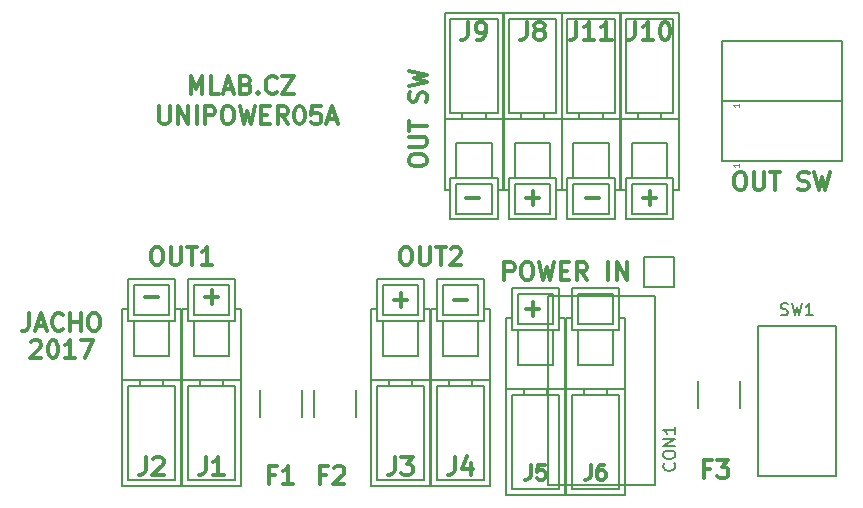
<source format=gbr>
G04 #@! TF.GenerationSoftware,KiCad,Pcbnew,(2017-02-05 revision 431abcf)-makepkg*
G04 #@! TF.CreationDate,2017-03-30T09:03:18+02:00*
G04 #@! TF.ProjectId,UNIPOWER05A,554E49504F5745523035412E6B696361,rev?*
G04 #@! TF.FileFunction,Legend,Top*
G04 #@! TF.FilePolarity,Positive*
%FSLAX46Y46*%
G04 Gerber Fmt 4.6, Leading zero omitted, Abs format (unit mm)*
G04 Created by KiCad (PCBNEW (2017-02-05 revision 431abcf)-makepkg) date 03/30/17 09:03:18*
%MOMM*%
%LPD*%
G01*
G04 APERTURE LIST*
%ADD10C,0.300000*%
%ADD11C,0.127000*%
%ADD12C,0.150000*%
%ADD13C,0.203200*%
%ADD14C,0.304800*%
%ADD15C,0.050000*%
G04 APERTURE END LIST*
D10*
X62397142Y26983428D02*
X62682857Y26983428D01*
X62825714Y26912000D01*
X62968571Y26769142D01*
X63040000Y26483428D01*
X63040000Y25983428D01*
X62968571Y25697714D01*
X62825714Y25554857D01*
X62682857Y25483428D01*
X62397142Y25483428D01*
X62254285Y25554857D01*
X62111428Y25697714D01*
X62040000Y25983428D01*
X62040000Y26483428D01*
X62111428Y26769142D01*
X62254285Y26912000D01*
X62397142Y26983428D01*
X63682857Y26983428D02*
X63682857Y25769142D01*
X63754285Y25626285D01*
X63825714Y25554857D01*
X63968571Y25483428D01*
X64254285Y25483428D01*
X64397142Y25554857D01*
X64468571Y25626285D01*
X64540000Y25769142D01*
X64540000Y26983428D01*
X65040000Y26983428D02*
X65897142Y26983428D01*
X65468571Y25483428D02*
X65468571Y26983428D01*
X67468571Y25554857D02*
X67682857Y25483428D01*
X68040000Y25483428D01*
X68182857Y25554857D01*
X68254285Y25626285D01*
X68325714Y25769142D01*
X68325714Y25912000D01*
X68254285Y26054857D01*
X68182857Y26126285D01*
X68040000Y26197714D01*
X67754285Y26269142D01*
X67611428Y26340571D01*
X67540000Y26412000D01*
X67468571Y26554857D01*
X67468571Y26697714D01*
X67540000Y26840571D01*
X67611428Y26912000D01*
X67754285Y26983428D01*
X68111428Y26983428D01*
X68325714Y26912000D01*
X68825714Y26983428D02*
X69182857Y25483428D01*
X69468571Y26554857D01*
X69754285Y25483428D01*
X70111428Y26983428D01*
X34484571Y27853142D02*
X34484571Y28138857D01*
X34556000Y28281714D01*
X34698857Y28424571D01*
X34984571Y28496000D01*
X35484571Y28496000D01*
X35770285Y28424571D01*
X35913142Y28281714D01*
X35984571Y28138857D01*
X35984571Y27853142D01*
X35913142Y27710285D01*
X35770285Y27567428D01*
X35484571Y27496000D01*
X34984571Y27496000D01*
X34698857Y27567428D01*
X34556000Y27710285D01*
X34484571Y27853142D01*
X34484571Y29138857D02*
X35698857Y29138857D01*
X35841714Y29210285D01*
X35913142Y29281714D01*
X35984571Y29424571D01*
X35984571Y29710285D01*
X35913142Y29853142D01*
X35841714Y29924571D01*
X35698857Y29996000D01*
X34484571Y29996000D01*
X34484571Y30496000D02*
X34484571Y31353142D01*
X35984571Y30924571D02*
X34484571Y30924571D01*
X35913142Y32924571D02*
X35984571Y33138857D01*
X35984571Y33496000D01*
X35913142Y33638857D01*
X35841714Y33710285D01*
X35698857Y33781714D01*
X35556000Y33781714D01*
X35413142Y33710285D01*
X35341714Y33638857D01*
X35270285Y33496000D01*
X35198857Y33210285D01*
X35127428Y33067428D01*
X35056000Y32996000D01*
X34913142Y32924571D01*
X34770285Y32924571D01*
X34627428Y32996000D01*
X34556000Y33067428D01*
X34484571Y33210285D01*
X34484571Y33567428D01*
X34556000Y33781714D01*
X34484571Y34281714D02*
X35984571Y34638857D01*
X34913142Y34924571D01*
X35984571Y35210285D01*
X34484571Y35567428D01*
X34107714Y20633428D02*
X34393428Y20633428D01*
X34536285Y20562000D01*
X34679142Y20419142D01*
X34750571Y20133428D01*
X34750571Y19633428D01*
X34679142Y19347714D01*
X34536285Y19204857D01*
X34393428Y19133428D01*
X34107714Y19133428D01*
X33964857Y19204857D01*
X33822000Y19347714D01*
X33750571Y19633428D01*
X33750571Y20133428D01*
X33822000Y20419142D01*
X33964857Y20562000D01*
X34107714Y20633428D01*
X35393428Y20633428D02*
X35393428Y19419142D01*
X35464857Y19276285D01*
X35536285Y19204857D01*
X35679142Y19133428D01*
X35964857Y19133428D01*
X36107714Y19204857D01*
X36179142Y19276285D01*
X36250571Y19419142D01*
X36250571Y20633428D01*
X36750571Y20633428D02*
X37607714Y20633428D01*
X37179142Y19133428D02*
X37179142Y20633428D01*
X38036285Y20490571D02*
X38107714Y20562000D01*
X38250571Y20633428D01*
X38607714Y20633428D01*
X38750571Y20562000D01*
X38822000Y20490571D01*
X38893428Y20347714D01*
X38893428Y20204857D01*
X38822000Y19990571D01*
X37964857Y19133428D01*
X38893428Y19133428D01*
X13025714Y20633428D02*
X13311428Y20633428D01*
X13454285Y20562000D01*
X13597142Y20419142D01*
X13668571Y20133428D01*
X13668571Y19633428D01*
X13597142Y19347714D01*
X13454285Y19204857D01*
X13311428Y19133428D01*
X13025714Y19133428D01*
X12882857Y19204857D01*
X12740000Y19347714D01*
X12668571Y19633428D01*
X12668571Y20133428D01*
X12740000Y20419142D01*
X12882857Y20562000D01*
X13025714Y20633428D01*
X14311428Y20633428D02*
X14311428Y19419142D01*
X14382857Y19276285D01*
X14454285Y19204857D01*
X14597142Y19133428D01*
X14882857Y19133428D01*
X15025714Y19204857D01*
X15097142Y19276285D01*
X15168571Y19419142D01*
X15168571Y20633428D01*
X15668571Y20633428D02*
X16525714Y20633428D01*
X16097142Y19133428D02*
X16097142Y20633428D01*
X17811428Y19133428D02*
X16954285Y19133428D01*
X17382857Y19133428D02*
X17382857Y20633428D01*
X17240000Y20419142D01*
X17097142Y20276285D01*
X16954285Y20204857D01*
X42573428Y17863428D02*
X42573428Y19363428D01*
X43144857Y19363428D01*
X43287714Y19292000D01*
X43359142Y19220571D01*
X43430571Y19077714D01*
X43430571Y18863428D01*
X43359142Y18720571D01*
X43287714Y18649142D01*
X43144857Y18577714D01*
X42573428Y18577714D01*
X44359142Y19363428D02*
X44644857Y19363428D01*
X44787714Y19292000D01*
X44930571Y19149142D01*
X45002000Y18863428D01*
X45002000Y18363428D01*
X44930571Y18077714D01*
X44787714Y17934857D01*
X44644857Y17863428D01*
X44359142Y17863428D01*
X44216285Y17934857D01*
X44073428Y18077714D01*
X44002000Y18363428D01*
X44002000Y18863428D01*
X44073428Y19149142D01*
X44216285Y19292000D01*
X44359142Y19363428D01*
X45502000Y19363428D02*
X45859142Y17863428D01*
X46144857Y18934857D01*
X46430571Y17863428D01*
X46787714Y19363428D01*
X47359142Y18649142D02*
X47859142Y18649142D01*
X48073428Y17863428D02*
X47359142Y17863428D01*
X47359142Y19363428D01*
X48073428Y19363428D01*
X49573428Y17863428D02*
X49073428Y18577714D01*
X48716285Y17863428D02*
X48716285Y19363428D01*
X49287714Y19363428D01*
X49430571Y19292000D01*
X49502000Y19220571D01*
X49573428Y19077714D01*
X49573428Y18863428D01*
X49502000Y18720571D01*
X49430571Y18649142D01*
X49287714Y18577714D01*
X48716285Y18577714D01*
X51359142Y17863428D02*
X51359142Y19363428D01*
X52073428Y17863428D02*
X52073428Y19363428D01*
X52930571Y17863428D01*
X52930571Y19363428D01*
X38290571Y16148857D02*
X39433428Y16148857D01*
X12128571Y16402857D02*
X13271428Y16402857D01*
X49466571Y24784857D02*
X50609428Y24784857D01*
X39306571Y24784857D02*
X40449428Y24784857D01*
X54292571Y24784857D02*
X55435428Y24784857D01*
X54864000Y24213428D02*
X54864000Y25356285D01*
X44386571Y24784857D02*
X45529428Y24784857D01*
X44958000Y24213428D02*
X44958000Y25356285D01*
X44386571Y15386857D02*
X45529428Y15386857D01*
X44958000Y14815428D02*
X44958000Y15958285D01*
X33210571Y16148857D02*
X34353428Y16148857D01*
X33782000Y15577428D02*
X33782000Y16720285D01*
X17208571Y16402857D02*
X18351428Y16402857D01*
X17780000Y15831428D02*
X17780000Y16974285D01*
X15998571Y33611428D02*
X15998571Y35111428D01*
X16498571Y34040000D01*
X16998571Y35111428D01*
X16998571Y33611428D01*
X18427142Y33611428D02*
X17712857Y33611428D01*
X17712857Y35111428D01*
X18855714Y34040000D02*
X19570000Y34040000D01*
X18712857Y33611428D02*
X19212857Y35111428D01*
X19712857Y33611428D01*
X20712857Y34397142D02*
X20927142Y34325714D01*
X20998571Y34254285D01*
X21070000Y34111428D01*
X21070000Y33897142D01*
X20998571Y33754285D01*
X20927142Y33682857D01*
X20784285Y33611428D01*
X20212857Y33611428D01*
X20212857Y35111428D01*
X20712857Y35111428D01*
X20855714Y35040000D01*
X20927142Y34968571D01*
X20998571Y34825714D01*
X20998571Y34682857D01*
X20927142Y34540000D01*
X20855714Y34468571D01*
X20712857Y34397142D01*
X20212857Y34397142D01*
X21712857Y33754285D02*
X21784285Y33682857D01*
X21712857Y33611428D01*
X21641428Y33682857D01*
X21712857Y33754285D01*
X21712857Y33611428D01*
X23284285Y33754285D02*
X23212857Y33682857D01*
X22998571Y33611428D01*
X22855714Y33611428D01*
X22641428Y33682857D01*
X22498571Y33825714D01*
X22427142Y33968571D01*
X22355714Y34254285D01*
X22355714Y34468571D01*
X22427142Y34754285D01*
X22498571Y34897142D01*
X22641428Y35040000D01*
X22855714Y35111428D01*
X22998571Y35111428D01*
X23212857Y35040000D01*
X23284285Y34968571D01*
X23784285Y35111428D02*
X24784285Y35111428D01*
X23784285Y33611428D01*
X24784285Y33611428D01*
X2330000Y15045428D02*
X2330000Y13974000D01*
X2258571Y13759714D01*
X2115714Y13616857D01*
X1901428Y13545428D01*
X1758571Y13545428D01*
X2972857Y13974000D02*
X3687142Y13974000D01*
X2830000Y13545428D02*
X3330000Y15045428D01*
X3830000Y13545428D01*
X5187142Y13688285D02*
X5115714Y13616857D01*
X4901428Y13545428D01*
X4758571Y13545428D01*
X4544285Y13616857D01*
X4401428Y13759714D01*
X4330000Y13902571D01*
X4258571Y14188285D01*
X4258571Y14402571D01*
X4330000Y14688285D01*
X4401428Y14831142D01*
X4544285Y14974000D01*
X4758571Y15045428D01*
X4901428Y15045428D01*
X5115714Y14974000D01*
X5187142Y14902571D01*
X5830000Y13545428D02*
X5830000Y15045428D01*
X5830000Y14331142D02*
X6687142Y14331142D01*
X6687142Y13545428D02*
X6687142Y15045428D01*
X7687142Y15045428D02*
X7972857Y15045428D01*
X8115714Y14974000D01*
X8258571Y14831142D01*
X8330000Y14545428D01*
X8330000Y14045428D01*
X8258571Y13759714D01*
X8115714Y13616857D01*
X7972857Y13545428D01*
X7687142Y13545428D01*
X7544285Y13616857D01*
X7401428Y13759714D01*
X7330000Y14045428D01*
X7330000Y14545428D01*
X7401428Y14831142D01*
X7544285Y14974000D01*
X7687142Y15045428D01*
X13363714Y32571428D02*
X13363714Y31357142D01*
X13435142Y31214285D01*
X13506571Y31142857D01*
X13649428Y31071428D01*
X13935142Y31071428D01*
X14078000Y31142857D01*
X14149428Y31214285D01*
X14220857Y31357142D01*
X14220857Y32571428D01*
X14935142Y31071428D02*
X14935142Y32571428D01*
X15792285Y31071428D01*
X15792285Y32571428D01*
X16506571Y31071428D02*
X16506571Y32571428D01*
X17220857Y31071428D02*
X17220857Y32571428D01*
X17792285Y32571428D01*
X17935142Y32500000D01*
X18006571Y32428571D01*
X18078000Y32285714D01*
X18078000Y32071428D01*
X18006571Y31928571D01*
X17935142Y31857142D01*
X17792285Y31785714D01*
X17220857Y31785714D01*
X19006571Y32571428D02*
X19292285Y32571428D01*
X19435142Y32500000D01*
X19578000Y32357142D01*
X19649428Y32071428D01*
X19649428Y31571428D01*
X19578000Y31285714D01*
X19435142Y31142857D01*
X19292285Y31071428D01*
X19006571Y31071428D01*
X18863714Y31142857D01*
X18720857Y31285714D01*
X18649428Y31571428D01*
X18649428Y32071428D01*
X18720857Y32357142D01*
X18863714Y32500000D01*
X19006571Y32571428D01*
X20149428Y32571428D02*
X20506571Y31071428D01*
X20792285Y32142857D01*
X21078000Y31071428D01*
X21435142Y32571428D01*
X22006571Y31857142D02*
X22506571Y31857142D01*
X22720857Y31071428D02*
X22006571Y31071428D01*
X22006571Y32571428D01*
X22720857Y32571428D01*
X24220857Y31071428D02*
X23720857Y31785714D01*
X23363714Y31071428D02*
X23363714Y32571428D01*
X23935142Y32571428D01*
X24078000Y32500000D01*
X24149428Y32428571D01*
X24220857Y32285714D01*
X24220857Y32071428D01*
X24149428Y31928571D01*
X24078000Y31857142D01*
X23935142Y31785714D01*
X23363714Y31785714D01*
X25149428Y32571428D02*
X25292285Y32571428D01*
X25435142Y32500000D01*
X25506571Y32428571D01*
X25578000Y32285714D01*
X25649428Y32000000D01*
X25649428Y31642857D01*
X25578000Y31357142D01*
X25506571Y31214285D01*
X25435142Y31142857D01*
X25292285Y31071428D01*
X25149428Y31071428D01*
X25006571Y31142857D01*
X24935142Y31214285D01*
X24863714Y31357142D01*
X24792285Y31642857D01*
X24792285Y32000000D01*
X24863714Y32285714D01*
X24935142Y32428571D01*
X25006571Y32500000D01*
X25149428Y32571428D01*
X27006571Y32571428D02*
X26292285Y32571428D01*
X26220857Y31857142D01*
X26292285Y31928571D01*
X26435142Y32000000D01*
X26792285Y32000000D01*
X26935142Y31928571D01*
X27006571Y31857142D01*
X27078000Y31714285D01*
X27078000Y31357142D01*
X27006571Y31214285D01*
X26935142Y31142857D01*
X26792285Y31071428D01*
X26435142Y31071428D01*
X26292285Y31142857D01*
X26220857Y31214285D01*
X27649428Y31500000D02*
X28363714Y31500000D01*
X27506571Y31071428D02*
X28006571Y32571428D01*
X28506571Y31071428D01*
X2508571Y12616571D02*
X2580000Y12688000D01*
X2722857Y12759428D01*
X3080000Y12759428D01*
X3222857Y12688000D01*
X3294285Y12616571D01*
X3365714Y12473714D01*
X3365714Y12330857D01*
X3294285Y12116571D01*
X2437142Y11259428D01*
X3365714Y11259428D01*
X4294285Y12759428D02*
X4437142Y12759428D01*
X4580000Y12688000D01*
X4651428Y12616571D01*
X4722857Y12473714D01*
X4794285Y12188000D01*
X4794285Y11830857D01*
X4722857Y11545142D01*
X4651428Y11402285D01*
X4580000Y11330857D01*
X4437142Y11259428D01*
X4294285Y11259428D01*
X4151428Y11330857D01*
X4080000Y11402285D01*
X4008571Y11545142D01*
X3937142Y11830857D01*
X3937142Y12188000D01*
X4008571Y12473714D01*
X4080000Y12616571D01*
X4151428Y12688000D01*
X4294285Y12759428D01*
X6222857Y11259428D02*
X5365714Y11259428D01*
X5794285Y11259428D02*
X5794285Y12759428D01*
X5651428Y12545142D01*
X5508571Y12402285D01*
X5365714Y12330857D01*
X6722857Y12759428D02*
X7722857Y12759428D01*
X7080000Y11259428D01*
D11*
X64010000Y13970000D02*
X70610000Y13970000D01*
X70610000Y13970000D02*
X70610000Y1270000D01*
X70610000Y1270000D02*
X64010000Y1270000D01*
X64010000Y13970000D02*
X64010000Y1270000D01*
X55300000Y524000D02*
X55300000Y16524000D01*
X46300000Y524000D02*
X55300000Y524000D01*
X46300000Y16524000D02*
X46300000Y524000D01*
X55300000Y16524000D02*
X46300000Y16524000D01*
D12*
X25400000Y8509000D02*
X25400000Y6223000D01*
X21844000Y8509000D02*
X21844000Y6223000D01*
X26416000Y8509000D02*
X26416000Y6223000D01*
X29972000Y8509000D02*
X29972000Y6223000D01*
X62484000Y6985000D02*
X62484000Y9271000D01*
X58928000Y6985000D02*
X58928000Y9271000D01*
X15280000Y414000D02*
X15280000Y9414000D01*
X20280000Y9414000D02*
X20280000Y414000D01*
X15280000Y9414000D02*
X15280000Y15414000D01*
X15780000Y913900D02*
X15780000Y8913900D01*
X16280000Y11414000D02*
X16280000Y14414000D01*
X20280000Y9414000D02*
X20280000Y15414000D01*
X19780000Y913900D02*
X19780000Y8913900D01*
X19280000Y11414000D02*
X19280000Y14414000D01*
X15780000Y14414000D02*
X15780000Y17915000D01*
X16280000Y14914100D02*
X16280000Y17414000D01*
X16780000Y8913900D02*
X16780000Y9414000D01*
X19780000Y14414000D02*
X19780000Y17914100D01*
X19280000Y14914100D02*
X19280000Y17414000D01*
X18780000Y8913900D02*
X18780000Y9414000D01*
X19780000Y913900D02*
X15780000Y913900D01*
X15780000Y8913900D02*
X19780000Y8913900D01*
X19280100Y11414000D02*
X16279900Y11414000D01*
X15780000Y14414000D02*
X19780000Y14414000D01*
X15780000Y17914100D02*
X19780000Y17914100D01*
X19281000Y14914100D02*
X16279000Y14914100D01*
X19281000Y17414000D02*
X16279000Y17414000D01*
X20280100Y414000D02*
X15279900Y414000D01*
X20280100Y9414000D02*
X15279900Y9414000D01*
X15780000Y15414000D02*
X15280000Y15414000D01*
X20280000Y15414000D02*
X19780000Y15414000D01*
X15200000Y15414000D02*
X14700000Y15414000D01*
X10700000Y15414000D02*
X10200000Y15414000D01*
X15200100Y9414000D02*
X10199900Y9414000D01*
X15200100Y414000D02*
X10199900Y414000D01*
X14201000Y17414000D02*
X11199000Y17414000D01*
X14201000Y14914100D02*
X11199000Y14914100D01*
X10700000Y17914100D02*
X14700000Y17914100D01*
X10700000Y14414000D02*
X14700000Y14414000D01*
X14200100Y11414000D02*
X11199900Y11414000D01*
X10700000Y8913900D02*
X14700000Y8913900D01*
X14700000Y913900D02*
X10700000Y913900D01*
X13700000Y8913900D02*
X13700000Y9414000D01*
X14200000Y14914100D02*
X14200000Y17414000D01*
X14700000Y14414000D02*
X14700000Y17914100D01*
X11700000Y8913900D02*
X11700000Y9414000D01*
X11200000Y14914100D02*
X11200000Y17414000D01*
X10700000Y14414000D02*
X10700000Y17915000D01*
X14200000Y11414000D02*
X14200000Y14414000D01*
X14700000Y913900D02*
X14700000Y8913900D01*
X15200000Y9414000D02*
X15200000Y15414000D01*
X11200000Y11414000D02*
X11200000Y14414000D01*
X10700000Y913900D02*
X10700000Y8913900D01*
X10200000Y9414000D02*
X10200000Y15414000D01*
X15200000Y9414000D02*
X15200000Y414000D01*
X10200000Y414000D02*
X10200000Y9414000D01*
X31282000Y414000D02*
X31282000Y9414000D01*
X36282000Y9414000D02*
X36282000Y414000D01*
X31282000Y9414000D02*
X31282000Y15414000D01*
X31782000Y913900D02*
X31782000Y8913900D01*
X32282000Y11414000D02*
X32282000Y14414000D01*
X36282000Y9414000D02*
X36282000Y15414000D01*
X35782000Y913900D02*
X35782000Y8913900D01*
X35282000Y11414000D02*
X35282000Y14414000D01*
X31782000Y14414000D02*
X31782000Y17915000D01*
X32282000Y14914100D02*
X32282000Y17414000D01*
X32782000Y8913900D02*
X32782000Y9414000D01*
X35782000Y14414000D02*
X35782000Y17914100D01*
X35282000Y14914100D02*
X35282000Y17414000D01*
X34782000Y8913900D02*
X34782000Y9414000D01*
X35782000Y913900D02*
X31782000Y913900D01*
X31782000Y8913900D02*
X35782000Y8913900D01*
X35282100Y11414000D02*
X32281900Y11414000D01*
X31782000Y14414000D02*
X35782000Y14414000D01*
X31782000Y17914100D02*
X35782000Y17914100D01*
X35283000Y14914100D02*
X32281000Y14914100D01*
X35283000Y17414000D02*
X32281000Y17414000D01*
X36282100Y414000D02*
X31281900Y414000D01*
X36282100Y9414000D02*
X31281900Y9414000D01*
X31782000Y15414000D02*
X31282000Y15414000D01*
X36282000Y15414000D02*
X35782000Y15414000D01*
X41362000Y15414000D02*
X40862000Y15414000D01*
X36862000Y15414000D02*
X36362000Y15414000D01*
X41362100Y9414000D02*
X36361900Y9414000D01*
X41362100Y414000D02*
X36361900Y414000D01*
X40363000Y17414000D02*
X37361000Y17414000D01*
X40363000Y14914100D02*
X37361000Y14914100D01*
X36862000Y17914100D02*
X40862000Y17914100D01*
X36862000Y14414000D02*
X40862000Y14414000D01*
X40362100Y11414000D02*
X37361900Y11414000D01*
X36862000Y8913900D02*
X40862000Y8913900D01*
X40862000Y913900D02*
X36862000Y913900D01*
X39862000Y8913900D02*
X39862000Y9414000D01*
X40362000Y14914100D02*
X40362000Y17414000D01*
X40862000Y14414000D02*
X40862000Y17914100D01*
X37862000Y8913900D02*
X37862000Y9414000D01*
X37362000Y14914100D02*
X37362000Y17414000D01*
X36862000Y14414000D02*
X36862000Y17915000D01*
X40362000Y11414000D02*
X40362000Y14414000D01*
X40862000Y913900D02*
X40862000Y8913900D01*
X41362000Y9414000D02*
X41362000Y15414000D01*
X37362000Y11414000D02*
X37362000Y14414000D01*
X36862000Y913900D02*
X36862000Y8913900D01*
X36362000Y9414000D02*
X36362000Y15414000D01*
X41362000Y9414000D02*
X41362000Y414000D01*
X36362000Y414000D02*
X36362000Y9414000D01*
X42712000Y-348000D02*
X42712000Y8652000D01*
X47712000Y8652000D02*
X47712000Y-348000D01*
X42712000Y8652000D02*
X42712000Y14652000D01*
X43212000Y151900D02*
X43212000Y8151900D01*
X43712000Y10652000D02*
X43712000Y13652000D01*
X47712000Y8652000D02*
X47712000Y14652000D01*
X47212000Y151900D02*
X47212000Y8151900D01*
X46712000Y10652000D02*
X46712000Y13652000D01*
X43212000Y13652000D02*
X43212000Y17153000D01*
X43712000Y14152100D02*
X43712000Y16652000D01*
X44212000Y8151900D02*
X44212000Y8652000D01*
X47212000Y13652000D02*
X47212000Y17152100D01*
X46712000Y14152100D02*
X46712000Y16652000D01*
X46212000Y8151900D02*
X46212000Y8652000D01*
X47212000Y151900D02*
X43212000Y151900D01*
X43212000Y8151900D02*
X47212000Y8151900D01*
X46712100Y10652000D02*
X43711900Y10652000D01*
X43212000Y13652000D02*
X47212000Y13652000D01*
X43212000Y17152100D02*
X47212000Y17152100D01*
X46713000Y14152100D02*
X43711000Y14152100D01*
X46713000Y16652000D02*
X43711000Y16652000D01*
X47712100Y-348000D02*
X42711900Y-348000D01*
X47712100Y8652000D02*
X42711900Y8652000D01*
X43212000Y14652000D02*
X42712000Y14652000D01*
X47712000Y14652000D02*
X47212000Y14652000D01*
X52792000Y14652000D02*
X52292000Y14652000D01*
X48292000Y14652000D02*
X47792000Y14652000D01*
X52792100Y8652000D02*
X47791900Y8652000D01*
X52792100Y-348000D02*
X47791900Y-348000D01*
X51793000Y16652000D02*
X48791000Y16652000D01*
X51793000Y14152100D02*
X48791000Y14152100D01*
X48292000Y17152100D02*
X52292000Y17152100D01*
X48292000Y13652000D02*
X52292000Y13652000D01*
X51792100Y10652000D02*
X48791900Y10652000D01*
X48292000Y8151900D02*
X52292000Y8151900D01*
X52292000Y151900D02*
X48292000Y151900D01*
X51292000Y8151900D02*
X51292000Y8652000D01*
X51792000Y14152100D02*
X51792000Y16652000D01*
X52292000Y13652000D02*
X52292000Y17152100D01*
X49292000Y8151900D02*
X49292000Y8652000D01*
X48792000Y14152100D02*
X48792000Y16652000D01*
X48292000Y13652000D02*
X48292000Y17153000D01*
X51792000Y10652000D02*
X51792000Y13652000D01*
X52292000Y151900D02*
X52292000Y8151900D01*
X52792000Y8652000D02*
X52792000Y14652000D01*
X48792000Y10652000D02*
X48792000Y13652000D01*
X48292000Y151900D02*
X48292000Y8151900D01*
X47792000Y8652000D02*
X47792000Y14652000D01*
X52792000Y8652000D02*
X52792000Y-348000D01*
X47792000Y-348000D02*
X47792000Y8652000D01*
X54356000Y19812000D02*
X56896000Y19812000D01*
X56896000Y19812000D02*
X56896000Y17272000D01*
X56896000Y17272000D02*
X54356000Y17272000D01*
X54356000Y17272000D02*
X54356000Y19812000D01*
X47458000Y40480000D02*
X47458000Y31480000D01*
X42458000Y31480000D02*
X42458000Y40480000D01*
X47458000Y31480000D02*
X47458000Y25480000D01*
X46958000Y39980100D02*
X46958000Y31980100D01*
X46458000Y29480000D02*
X46458000Y26480000D01*
X42458000Y31480000D02*
X42458000Y25480000D01*
X42958000Y39980100D02*
X42958000Y31980100D01*
X43458000Y29480000D02*
X43458000Y26480000D01*
X46958000Y26480000D02*
X46958000Y22979000D01*
X46458000Y25979900D02*
X46458000Y23480000D01*
X45958000Y31980100D02*
X45958000Y31480000D01*
X42958000Y26480000D02*
X42958000Y22979900D01*
X43458000Y25979900D02*
X43458000Y23480000D01*
X43958000Y31980100D02*
X43958000Y31480000D01*
X42958000Y39980100D02*
X46958000Y39980100D01*
X46958000Y31980100D02*
X42958000Y31980100D01*
X43457900Y29480000D02*
X46458100Y29480000D01*
X46958000Y26480000D02*
X42958000Y26480000D01*
X46958000Y22979900D02*
X42958000Y22979900D01*
X43457000Y25979900D02*
X46459000Y25979900D01*
X43457000Y23480000D02*
X46459000Y23480000D01*
X42457900Y40480000D02*
X47458100Y40480000D01*
X42457900Y31480000D02*
X47458100Y31480000D01*
X46958000Y25480000D02*
X47458000Y25480000D01*
X42458000Y25480000D02*
X42958000Y25480000D01*
X37505000Y25480000D02*
X38005000Y25480000D01*
X42005000Y25480000D02*
X42505000Y25480000D01*
X37504900Y31480000D02*
X42505100Y31480000D01*
X37504900Y40480000D02*
X42505100Y40480000D01*
X38504000Y23480000D02*
X41506000Y23480000D01*
X38504000Y25979900D02*
X41506000Y25979900D01*
X42005000Y22979900D02*
X38005000Y22979900D01*
X42005000Y26480000D02*
X38005000Y26480000D01*
X38504900Y29480000D02*
X41505100Y29480000D01*
X42005000Y31980100D02*
X38005000Y31980100D01*
X38005000Y39980100D02*
X42005000Y39980100D01*
X39005000Y31980100D02*
X39005000Y31480000D01*
X38505000Y25979900D02*
X38505000Y23480000D01*
X38005000Y26480000D02*
X38005000Y22979900D01*
X41005000Y31980100D02*
X41005000Y31480000D01*
X41505000Y25979900D02*
X41505000Y23480000D01*
X42005000Y26480000D02*
X42005000Y22979000D01*
X38505000Y29480000D02*
X38505000Y26480000D01*
X38005000Y39980100D02*
X38005000Y31980100D01*
X37505000Y31480000D02*
X37505000Y25480000D01*
X41505000Y29480000D02*
X41505000Y26480000D01*
X42005000Y39980100D02*
X42005000Y31980100D01*
X42505000Y31480000D02*
X42505000Y25480000D01*
X37505000Y31480000D02*
X37505000Y40480000D01*
X42505000Y40480000D02*
X42505000Y31480000D01*
X57364000Y40480000D02*
X57364000Y31480000D01*
X52364000Y31480000D02*
X52364000Y40480000D01*
X57364000Y31480000D02*
X57364000Y25480000D01*
X56864000Y39980100D02*
X56864000Y31980100D01*
X56364000Y29480000D02*
X56364000Y26480000D01*
X52364000Y31480000D02*
X52364000Y25480000D01*
X52864000Y39980100D02*
X52864000Y31980100D01*
X53364000Y29480000D02*
X53364000Y26480000D01*
X56864000Y26480000D02*
X56864000Y22979000D01*
X56364000Y25979900D02*
X56364000Y23480000D01*
X55864000Y31980100D02*
X55864000Y31480000D01*
X52864000Y26480000D02*
X52864000Y22979900D01*
X53364000Y25979900D02*
X53364000Y23480000D01*
X53864000Y31980100D02*
X53864000Y31480000D01*
X52864000Y39980100D02*
X56864000Y39980100D01*
X56864000Y31980100D02*
X52864000Y31980100D01*
X53363900Y29480000D02*
X56364100Y29480000D01*
X56864000Y26480000D02*
X52864000Y26480000D01*
X56864000Y22979900D02*
X52864000Y22979900D01*
X53363000Y25979900D02*
X56365000Y25979900D01*
X53363000Y23480000D02*
X56365000Y23480000D01*
X52363900Y40480000D02*
X57364100Y40480000D01*
X52363900Y31480000D02*
X57364100Y31480000D01*
X56864000Y25480000D02*
X57364000Y25480000D01*
X52364000Y25480000D02*
X52864000Y25480000D01*
X47411000Y25480000D02*
X47911000Y25480000D01*
X51911000Y25480000D02*
X52411000Y25480000D01*
X47410900Y31480000D02*
X52411100Y31480000D01*
X47410900Y40480000D02*
X52411100Y40480000D01*
X48410000Y23480000D02*
X51412000Y23480000D01*
X48410000Y25979900D02*
X51412000Y25979900D01*
X51911000Y22979900D02*
X47911000Y22979900D01*
X51911000Y26480000D02*
X47911000Y26480000D01*
X48410900Y29480000D02*
X51411100Y29480000D01*
X51911000Y31980100D02*
X47911000Y31980100D01*
X47911000Y39980100D02*
X51911000Y39980100D01*
X48911000Y31980100D02*
X48911000Y31480000D01*
X48411000Y25979900D02*
X48411000Y23480000D01*
X47911000Y26480000D02*
X47911000Y22979900D01*
X50911000Y31980100D02*
X50911000Y31480000D01*
X51411000Y25979900D02*
X51411000Y23480000D01*
X51911000Y26480000D02*
X51911000Y22979000D01*
X48411000Y29480000D02*
X48411000Y26480000D01*
X47911000Y39980100D02*
X47911000Y31980100D01*
X47411000Y31480000D02*
X47411000Y25480000D01*
X51411000Y29480000D02*
X51411000Y26480000D01*
X51911000Y39980100D02*
X51911000Y31980100D01*
X52411000Y31480000D02*
X52411000Y25480000D01*
X47411000Y31480000D02*
X47411000Y40480000D01*
X52411000Y40480000D02*
X52411000Y31480000D01*
X60960000Y33020000D02*
X60960000Y38100000D01*
X60960000Y38100000D02*
X71120000Y38100000D01*
X71120000Y38100000D02*
X71120000Y33020000D01*
X71120000Y33020000D02*
X60960000Y33020000D01*
X60960000Y27940000D02*
X60960000Y33020000D01*
X60960000Y33020000D02*
X71120000Y33020000D01*
X71120000Y33020000D02*
X71120000Y27940000D01*
X71120000Y27940000D02*
X60960000Y27940000D01*
D13*
X65980733Y14930361D02*
X66125876Y14881980D01*
X66367780Y14881980D01*
X66464542Y14930361D01*
X66512923Y14978742D01*
X66561304Y15075504D01*
X66561304Y15172266D01*
X66512923Y15269028D01*
X66464542Y15317409D01*
X66367780Y15365790D01*
X66174257Y15414171D01*
X66077495Y15462552D01*
X66029114Y15510933D01*
X65980733Y15607695D01*
X65980733Y15704457D01*
X66029114Y15801219D01*
X66077495Y15849600D01*
X66174257Y15897980D01*
X66416161Y15897980D01*
X66561304Y15849600D01*
X66899971Y15897980D02*
X67141876Y14881980D01*
X67335400Y15607695D01*
X67528923Y14881980D01*
X67770828Y15897980D01*
X68690066Y14881980D02*
X68109495Y14881980D01*
X68399780Y14881980D02*
X68399780Y15897980D01*
X68303019Y15752838D01*
X68206257Y15656076D01*
X68109495Y15607695D01*
X56928657Y2334985D02*
X56977038Y2286604D01*
X57025419Y2141461D01*
X57025419Y2044700D01*
X56977038Y1899557D01*
X56880276Y1802795D01*
X56783514Y1754414D01*
X56589990Y1706033D01*
X56444847Y1706033D01*
X56251323Y1754414D01*
X56154561Y1802795D01*
X56057800Y1899557D01*
X56009419Y2044700D01*
X56009419Y2141461D01*
X56057800Y2286604D01*
X56106180Y2334985D01*
X56009419Y2963938D02*
X56009419Y3157461D01*
X56057800Y3254223D01*
X56154561Y3350985D01*
X56348085Y3399366D01*
X56686752Y3399366D01*
X56880276Y3350985D01*
X56977038Y3254223D01*
X57025419Y3157461D01*
X57025419Y2963938D01*
X56977038Y2867176D01*
X56880276Y2770414D01*
X56686752Y2722033D01*
X56348085Y2722033D01*
X56154561Y2770414D01*
X56057800Y2867176D01*
X56009419Y2963938D01*
X57025419Y3834795D02*
X56009419Y3834795D01*
X57025419Y4415366D01*
X56009419Y4415366D01*
X57025419Y5431366D02*
X57025419Y4850795D01*
X57025419Y5141080D02*
X56009419Y5141080D01*
X56154561Y5044319D01*
X56251323Y4947557D01*
X56299704Y4850795D01*
D14*
X23114000Y1378857D02*
X22606000Y1378857D01*
X22606000Y580571D02*
X22606000Y2104571D01*
X23331714Y2104571D01*
X24710571Y580571D02*
X23839714Y580571D01*
X24275142Y580571D02*
X24275142Y2104571D01*
X24130000Y1886857D01*
X23984857Y1741714D01*
X23839714Y1669142D01*
X27432000Y1378857D02*
X26924000Y1378857D01*
X26924000Y580571D02*
X26924000Y2104571D01*
X27649714Y2104571D01*
X28157714Y1959428D02*
X28230285Y2032000D01*
X28375428Y2104571D01*
X28738285Y2104571D01*
X28883428Y2032000D01*
X28956000Y1959428D01*
X29028571Y1814285D01*
X29028571Y1669142D01*
X28956000Y1451428D01*
X28085142Y580571D01*
X29028571Y580571D01*
X59944000Y1886857D02*
X59436000Y1886857D01*
X59436000Y1088571D02*
X59436000Y2612571D01*
X60161714Y2612571D01*
X60597142Y2612571D02*
X61540571Y2612571D01*
X61032571Y2032000D01*
X61250285Y2032000D01*
X61395428Y1959428D01*
X61468000Y1886857D01*
X61540571Y1741714D01*
X61540571Y1378857D01*
X61468000Y1233714D01*
X61395428Y1161142D01*
X61250285Y1088571D01*
X60814857Y1088571D01*
X60669714Y1161142D01*
X60597142Y1233714D01*
X17272000Y2866571D02*
X17272000Y1778000D01*
X17199428Y1560285D01*
X17054285Y1415142D01*
X16836571Y1342571D01*
X16691428Y1342571D01*
X18796000Y1342571D02*
X17925142Y1342571D01*
X18360571Y1342571D02*
X18360571Y2866571D01*
X18215428Y2648857D01*
X18070285Y2503714D01*
X17925142Y2431142D01*
X12192000Y2866571D02*
X12192000Y1778000D01*
X12119428Y1560285D01*
X11974285Y1415142D01*
X11756571Y1342571D01*
X11611428Y1342571D01*
X12845142Y2721428D02*
X12917714Y2794000D01*
X13062857Y2866571D01*
X13425714Y2866571D01*
X13570857Y2794000D01*
X13643428Y2721428D01*
X13716000Y2576285D01*
X13716000Y2431142D01*
X13643428Y2213428D01*
X12772571Y1342571D01*
X13716000Y1342571D01*
X33274000Y2866571D02*
X33274000Y1778000D01*
X33201428Y1560285D01*
X33056285Y1415142D01*
X32838571Y1342571D01*
X32693428Y1342571D01*
X33854571Y2866571D02*
X34798000Y2866571D01*
X34290000Y2286000D01*
X34507714Y2286000D01*
X34652857Y2213428D01*
X34725428Y2140857D01*
X34798000Y1995714D01*
X34798000Y1632857D01*
X34725428Y1487714D01*
X34652857Y1415142D01*
X34507714Y1342571D01*
X34072285Y1342571D01*
X33927142Y1415142D01*
X33854571Y1487714D01*
X38354000Y2866571D02*
X38354000Y1778000D01*
X38281428Y1560285D01*
X38136285Y1415142D01*
X37918571Y1342571D01*
X37773428Y1342571D01*
X39732857Y2358571D02*
X39732857Y1342571D01*
X39370000Y2939142D02*
X39007142Y1850571D01*
X39950571Y1850571D01*
X44788666Y2219476D02*
X44788666Y1312333D01*
X44728190Y1130904D01*
X44607238Y1009952D01*
X44425809Y949476D01*
X44304857Y949476D01*
X45998190Y2219476D02*
X45393428Y2219476D01*
X45332952Y1614714D01*
X45393428Y1675190D01*
X45514380Y1735666D01*
X45816761Y1735666D01*
X45937714Y1675190D01*
X45998190Y1614714D01*
X46058666Y1493761D01*
X46058666Y1191380D01*
X45998190Y1070428D01*
X45937714Y1009952D01*
X45816761Y949476D01*
X45514380Y949476D01*
X45393428Y1009952D01*
X45332952Y1070428D01*
X49868666Y2219476D02*
X49868666Y1312333D01*
X49808190Y1130904D01*
X49687238Y1009952D01*
X49505809Y949476D01*
X49384857Y949476D01*
X51017714Y2219476D02*
X50775809Y2219476D01*
X50654857Y2159000D01*
X50594380Y2098523D01*
X50473428Y1917095D01*
X50412952Y1675190D01*
X50412952Y1191380D01*
X50473428Y1070428D01*
X50533904Y1009952D01*
X50654857Y949476D01*
X50896761Y949476D01*
X51017714Y1009952D01*
X51078190Y1070428D01*
X51138666Y1191380D01*
X51138666Y1493761D01*
X51078190Y1614714D01*
X51017714Y1675190D01*
X50896761Y1735666D01*
X50654857Y1735666D01*
X50533904Y1675190D01*
X50473428Y1614714D01*
X50412952Y1493761D01*
X44450000Y39696571D02*
X44450000Y38608000D01*
X44377428Y38390285D01*
X44232285Y38245142D01*
X44014571Y38172571D01*
X43869428Y38172571D01*
X45393428Y39043428D02*
X45248285Y39116000D01*
X45175714Y39188571D01*
X45103142Y39333714D01*
X45103142Y39406285D01*
X45175714Y39551428D01*
X45248285Y39624000D01*
X45393428Y39696571D01*
X45683714Y39696571D01*
X45828857Y39624000D01*
X45901428Y39551428D01*
X45974000Y39406285D01*
X45974000Y39333714D01*
X45901428Y39188571D01*
X45828857Y39116000D01*
X45683714Y39043428D01*
X45393428Y39043428D01*
X45248285Y38970857D01*
X45175714Y38898285D01*
X45103142Y38753142D01*
X45103142Y38462857D01*
X45175714Y38317714D01*
X45248285Y38245142D01*
X45393428Y38172571D01*
X45683714Y38172571D01*
X45828857Y38245142D01*
X45901428Y38317714D01*
X45974000Y38462857D01*
X45974000Y38753142D01*
X45901428Y38898285D01*
X45828857Y38970857D01*
X45683714Y39043428D01*
X39497000Y39696571D02*
X39497000Y38608000D01*
X39424428Y38390285D01*
X39279285Y38245142D01*
X39061571Y38172571D01*
X38916428Y38172571D01*
X40295285Y38172571D02*
X40585571Y38172571D01*
X40730714Y38245142D01*
X40803285Y38317714D01*
X40948428Y38535428D01*
X41021000Y38825714D01*
X41021000Y39406285D01*
X40948428Y39551428D01*
X40875857Y39624000D01*
X40730714Y39696571D01*
X40440428Y39696571D01*
X40295285Y39624000D01*
X40222714Y39551428D01*
X40150142Y39406285D01*
X40150142Y39043428D01*
X40222714Y38898285D01*
X40295285Y38825714D01*
X40440428Y38753142D01*
X40730714Y38753142D01*
X40875857Y38825714D01*
X40948428Y38898285D01*
X41021000Y39043428D01*
X53630285Y39696571D02*
X53630285Y38608000D01*
X53557714Y38390285D01*
X53412571Y38245142D01*
X53194857Y38172571D01*
X53049714Y38172571D01*
X55154285Y38172571D02*
X54283428Y38172571D01*
X54718857Y38172571D02*
X54718857Y39696571D01*
X54573714Y39478857D01*
X54428571Y39333714D01*
X54283428Y39261142D01*
X56097714Y39696571D02*
X56242857Y39696571D01*
X56388000Y39624000D01*
X56460571Y39551428D01*
X56533142Y39406285D01*
X56605714Y39116000D01*
X56605714Y38753142D01*
X56533142Y38462857D01*
X56460571Y38317714D01*
X56388000Y38245142D01*
X56242857Y38172571D01*
X56097714Y38172571D01*
X55952571Y38245142D01*
X55880000Y38317714D01*
X55807428Y38462857D01*
X55734857Y38753142D01*
X55734857Y39116000D01*
X55807428Y39406285D01*
X55880000Y39551428D01*
X55952571Y39624000D01*
X56097714Y39696571D01*
X48677285Y39696571D02*
X48677285Y38608000D01*
X48604714Y38390285D01*
X48459571Y38245142D01*
X48241857Y38172571D01*
X48096714Y38172571D01*
X50201285Y38172571D02*
X49330428Y38172571D01*
X49765857Y38172571D02*
X49765857Y39696571D01*
X49620714Y39478857D01*
X49475571Y39333714D01*
X49330428Y39261142D01*
X51652714Y38172571D02*
X50781857Y38172571D01*
X51217285Y38172571D02*
X51217285Y39696571D01*
X51072142Y39478857D01*
X50927000Y39333714D01*
X50781857Y39261142D01*
D15*
X62456190Y32781857D02*
X62456190Y32496142D01*
X62456190Y32639000D02*
X61956190Y32639000D01*
X62027619Y32591380D01*
X62075238Y32543761D01*
X62099047Y32496142D01*
X62456190Y27701857D02*
X62456190Y27416142D01*
X62456190Y27559000D02*
X61956190Y27559000D01*
X62027619Y27511380D01*
X62075238Y27463761D01*
X62099047Y27416142D01*
M02*

</source>
